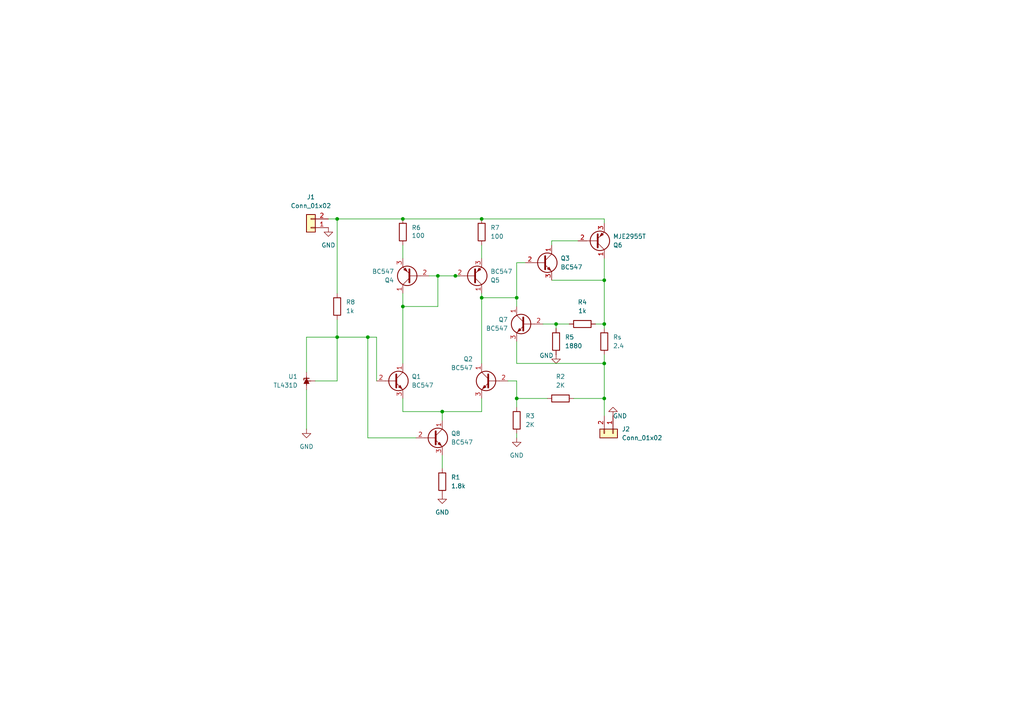
<source format=kicad_sch>
(kicad_sch (version 20250114) (generator "eeschema") (generator_version "9.0")
  (paper "A4")
  (lib_symbols
    (symbol "Connector_Generic:Conn_01x02" (pin_names (offset 1.016) (hide yes))
      (property "Reference" "J" (at 0 2.54 0))
      (property "Value" "Conn_01x02" (at 0 -5.08 0))
      (symbol "Conn_01x02_1_1"
        (rectangle (start -1.27 1.27) (end 1.27 -3.81) (stroke (width 0.254)) (fill (type background)))
        (rectangle (start -1.27 0.127) (end 0 -0.127) (stroke (width 0.1524)))
        (rectangle (start -1.27 -2.413) (end 0 -2.667) (stroke (width 0.1524)))
        (pin passive line (at -5.08 0 0) (length 3.81) (name "Pin_1") (number "1"))
        (pin passive line (at -5.08 -2.54 0) (length 3.81) (name "Pin_2") (number "2"))
      )
    )
    (symbol "Device:R" (pin_numbers (hide yes)) (pin_names (offset 0))
      (property "Reference" "R" (at 2.032 0 90))
      (property "Value" "R" (at 0 0 90))
      (symbol "R_0_1"
        (rectangle (start -1.016 -2.54) (end 1.016 2.54) (stroke (width 0.254)))
      )
      (symbol "R_1_1"
        (pin passive line (at 0 3.81 270) (length 1.27) (name "~") (number "1"))
        (pin passive line (at 0 -3.81 90) (length 1.27) (name "~") (number "2"))
      )
    )
    (symbol "Reference_Voltage:TL431D" (pin_numbers (hide yes)) (pin_names (hide yes))
      (property "Reference" "U" (at 0 -2.54 0))
      (property "Value" "TL431D" (at 0 -4.445 0))
      (symbol "TL431D_0_1"
        (polyline (pts (xy -1.27 0) (xy 0 0) (xy 1.27 0)))
        (polyline (pts (xy -0.762 -0.762) (xy -0.762 0.762) (xy -0.762 0.762) (xy 0.762 0) (xy -0.762 -0.762)) (fill (type outline)))
        (polyline (pts (xy 0.254 -0.762) (xy 0.762 -0.762) (xy 0.762 0.762) (xy 0.762 0.762)) (stroke (width 0.254)))
      )
      (symbol "TL431D_1_1"
        (polyline (pts (xy 0 1.27) (xy 0 0)))
        (pin passive line (at -2.54 0 0) (length 2.54) (name "A") (number "2"))
        (pin passive line (at -2.54 0 0) (length 2.54) (hide yes) (name "A") (number "3"))
        (pin passive line (at -2.54 0 0) (length 2.54) (hide yes) (name "A") (number "6"))
        (pin passive line (at -2.54 0 0) (length 2.54) (hide yes) (name "A") (number "7"))
        (pin passive line (at 0 2.54 270) (length 2.54) (name "REF") (number "8"))
        (pin passive line (at 2.54 0 180) (length 2.54) (name "K") (number "1"))
      )
    )
    (symbol "Transistor_BJT:BC547" (pin_names (offset 0) (hide yes))
      (property "Reference" "Q" (at 5.08 1.905 0))
      (property "Value" "BC547" (at 5.08 0 0))
      (symbol "BC547_0_1"
        (polyline (pts (xy -2.54 0) (xy 0.635 0)))
        (polyline (pts (xy 0.635 1.905) (xy 0.635 -1.905)) (stroke (width 0.508)))
        (circle (center 1.27 0) (radius 2.8194) (stroke (width 0.254)))
      )
      (symbol "BC547_1_1"
        (polyline (pts (xy 0.635 0.635) (xy 2.54 2.54)))
        (polyline (pts (xy 0.635 -0.635) (xy 2.54 -2.54)))
        (polyline (pts (xy 1.27 -1.778) (xy 1.778 -1.27) (xy 2.286 -2.286) (xy 1.27 -1.778)) (fill (type outline)))
        (pin input line (at -5.08 0 0) (length 2.54) (name "B") (number "2"))
        (pin passive line (at 2.54 5.08 270) (length 2.54) (name "C") (number "1"))
        (pin passive line (at 2.54 -5.08 90) (length 2.54) (name "E") (number "3"))
      )
    )
    (symbol "Transistor_BJT:BC557" (pin_names (offset 0) (hide yes))
      (property "Reference" "Q" (at 5.08 1.905 0))
      (property "Value" "BC557" (at 5.08 0 0))
      (symbol "BC557_0_1"
        (polyline (pts (xy -2.54 0) (xy 0.635 0)))
        (polyline (pts (xy 0.635 1.905) (xy 0.635 -1.905)) (stroke (width 0.508)))
        (polyline (pts (xy 0.635 0.635) (xy 2.54 2.54)))
        (polyline (pts (xy 0.635 -0.635) (xy 2.54 -2.54)))
        (circle (center 1.27 0) (radius 2.8194) (stroke (width 0.254)))
        (polyline (pts (xy 2.286 -1.778) (xy 1.778 -2.286) (xy 1.27 -1.27) (xy 2.286 -1.778)) (fill (type outline)))
      )
      (symbol "BC557_1_1"
        (pin input line (at -5.08 0 0) (length 2.54) (name "B") (number "2"))
        (pin passive line (at 2.54 5.08 270) (length 2.54) (name "C") (number "1"))
        (pin passive line (at 2.54 -5.08 90) (length 2.54) (name "E") (number "3"))
      )
    )
    (symbol "power:GND" (power) (pin_numbers (hide yes)) (pin_names (offset 0) (hide yes))
      (property "Value" "GND" (at 0 -3.81 0))
      (symbol "GND_0_1"
        (polyline (pts (xy 0 0) (xy 0 -1.27) (xy 1.27 -1.27) (xy 0 -2.54) (xy -1.27 -1.27) (xy 0 -1.27)))
      )
      (symbol "GND_1_1"
        (pin power_in line (at 0 0 270) (length 0) (name "~") (number "1"))
      )
    )
  )
  (junction (at 175.26 81.28))
  (junction (at 97.79 63.5))
  (junction (at 139.7 86.36))
  (junction (at 106.68 97.79))
  (junction (at 139.7 63.5))
  (junction (at 149.86 115.57))
  (junction (at 127 80.01))
  (junction (at 116.84 63.5))
  (junction (at 149.86 86.36))
  (junction (at 97.79 97.79))
  (junction (at 132.08 80.01))
  (junction (at 175.26 115.57))
  (junction (at 128.27 119.38))
  (junction (at 175.26 93.98))
  (junction (at 175.26 105.41))
  (junction (at 161.29 93.98))
  (junction (at 116.84 88.9))
  (wire (pts (xy 139.7 86.36) (xy 139.7 105.41)))
  (wire (pts (xy 160.02 81.28) (xy 175.26 81.28)))
  (wire (pts (xy 139.7 71.12) (xy 139.7 74.93)))
  (wire (pts (xy 97.79 97.79) (xy 106.68 97.79)))
  (wire (pts (xy 139.7 119.38) (xy 128.27 119.38)))
  (wire (pts (xy 128.27 132.08) (xy 128.27 135.89)))
  (wire (pts (xy 175.26 81.28) (xy 175.26 93.98)))
  (wire (pts (xy 149.86 115.57) (xy 149.86 118.11)))
  (wire (pts (xy 147.32 110.49) (xy 149.86 110.49)))
  (wire (pts (xy 175.26 81.28) (xy 175.26 74.93)))
  (wire (pts (xy 128.27 119.38) (xy 128.27 121.92)))
  (wire (pts (xy 127 80.01) (xy 132.08 80.01)))
  (wire (pts (xy 132.08 80.01) (xy 133.35 80.01)))
  (wire (pts (xy 139.7 119.38) (xy 139.7 115.57)))
  (wire (pts (xy 106.68 97.79) (xy 109.22 97.79)))
  (wire (pts (xy 116.84 115.57) (xy 116.84 119.38)))
  (wire (pts (xy 149.86 86.36) (xy 149.86 88.9)))
  (wire (pts (xy 161.29 93.98) (xy 161.29 95.25)))
  (wire (pts (xy 139.7 63.5) (xy 175.26 63.5)))
  (wire (pts (xy 116.84 119.38) (xy 128.27 119.38)))
  (wire (pts (xy 91.44 110.49) (xy 97.79 110.49)))
  (wire (pts (xy 175.26 64.77) (xy 175.26 63.5)))
  (wire (pts (xy 116.84 88.9) (xy 116.84 105.41)))
  (wire (pts (xy 175.26 93.98) (xy 175.26 95.25)))
  (wire (pts (xy 97.79 63.5) (xy 116.84 63.5)))
  (wire (pts (xy 116.84 85.09) (xy 116.84 88.9)))
  (wire (pts (xy 172.72 93.98) (xy 175.26 93.98)))
  (wire (pts (xy 160.02 69.85) (xy 167.64 69.85)))
  (wire (pts (xy 116.84 71.12) (xy 116.84 74.93)))
  (wire (pts (xy 95.25 63.5) (xy 97.79 63.5)))
  (wire (pts (xy 88.9 97.79) (xy 97.79 97.79)))
  (wire (pts (xy 106.68 127) (xy 106.68 97.79)))
  (wire (pts (xy 161.29 93.98) (xy 165.1 93.98)))
  (wire (pts (xy 149.86 76.2) (xy 152.4 76.2)))
  (wire (pts (xy 149.86 76.2) (xy 149.86 86.36)))
  (wire (pts (xy 97.79 63.5) (xy 97.79 85.09)))
  (wire (pts (xy 139.7 85.09) (xy 139.7 86.36)))
  (wire (pts (xy 116.84 88.9) (xy 127 88.9)))
  (wire (pts (xy 175.26 115.57) (xy 175.26 120.65)))
  (wire (pts (xy 116.84 63.5) (xy 139.7 63.5)))
  (wire (pts (xy 139.7 86.36) (xy 149.86 86.36)))
  (wire (pts (xy 149.86 115.57) (xy 158.75 115.57)))
  (wire (pts (xy 157.48 93.98) (xy 161.29 93.98)))
  (wire (pts (xy 127 88.9) (xy 127 80.01)))
  (wire (pts (xy 149.86 110.49) (xy 149.86 115.57)))
  (wire (pts (xy 109.22 97.79) (xy 109.22 110.49)))
  (wire (pts (xy 97.79 92.71) (xy 97.79 97.79)))
  (wire (pts (xy 88.9 107.95) (xy 88.9 97.79)))
  (wire (pts (xy 120.65 127) (xy 106.68 127)))
  (wire (pts (xy 166.37 115.57) (xy 175.26 115.57)))
  (wire (pts (xy 149.86 99.06) (xy 149.86 105.41)))
  (wire (pts (xy 97.79 97.79) (xy 97.79 110.49)))
  (wire (pts (xy 88.9 124.46) (xy 88.9 113.03)))
  (wire (pts (xy 160.02 71.12) (xy 160.02 69.85)))
  (wire (pts (xy 124.46 80.01) (xy 127 80.01)))
  (wire (pts (xy 175.26 105.41) (xy 175.26 115.57)))
  (wire (pts (xy 149.86 127) (xy 149.86 125.73)))
  (wire (pts (xy 175.26 102.87) (xy 175.26 105.41)))
  (wire (pts (xy 149.86 105.41) (xy 175.26 105.41)))
  (symbol (lib_id "Device:R") (at 168.91 93.98 90) (unit 1)
    (property "Reference" "R4" (at 168.91 87.63 90))
    (property "Value" "1k" (at 168.91 90.17 90))
    (property "Description" "Resistor" (effects (hide yes)))
  )
  (symbol (lib_id "Transistor_BJT:BC557") (at 137.16 80.01 0) (mirror x) (unit 1)
    (property "Reference" "Q5" (at 142.24 81.2801 0) (effects (justify left)))
    (property "Value" "BC547" (at 142.24 78.7401 0) (effects (justify left)))
    (property "Footprint" "Package_TO_SOT_THT:TO-92_Inline" (effects (hide yes)))
    (property "Datasheet" "https://www.onsemi.com/pub/Collateral/BC556BTA-D.pdf" (effects (hide yes)))
    (property "Description" "0.1A Ic, 45V Vce, PNP Small Signal Transistor, TO-92" (effects (hide yes)))
  )
  (symbol (lib_id "Device:R") (at 149.86 121.92 0) (unit 1)
    (property "Reference" "R3" (at 152.4 120.6499 0) (effects (justify left)))
    (property "Value" "2K" (at 152.4 123.1899 0) (effects (justify left)))
    (property "Description" "Resistor" (effects (hide yes)))
  )
  (symbol (lib_id "Transistor_BJT:BC557") (at 172.72 69.85 0) (mirror x) (unit 1)
    (property "Reference" "Q6" (at 177.8 71.1201 0) (effects (justify left)))
    (property "Value" "MJE2955T" (at 177.8 68.5801 0) (effects (justify left)))
    (property "Footprint" "Package_TO_SOT_THT:TO-92_Inline" (effects (hide yes)))
    (property "Datasheet" "https://www.onsemi.com/pub/Collateral/BC556BTA-D.pdf" (effects (hide yes)))
    (property "Description" "0.1A Ic, 45V Vce, PNP Small Signal Transistor, TO-92" (effects (hide yes)))
  )
  (symbol (lib_id "Transistor_BJT:BC547") (at 125.73 127 0) (unit 1)
    (property "Reference" "Q8" (at 130.81 125.7299 0) (effects (justify left)))
    (property "Value" "BC547" (at 130.81 128.2699 0) (effects (justify left)))
    (property "Footprint" "Package_TO_SOT_THT:TO-92_Inline" (effects (hide yes)))
    (property "Datasheet" "https://www.onsemi.com/pub/Collateral/BC550-D.pdf" (effects (hide yes)))
    (property "Description" "0.1A Ic, 45V Vce, Small Signal NPN Transistor, TO-92" (effects (hide yes)))
  )
  (symbol (lib_id "Device:R") (at 175.26 99.06 0) (unit 1)
    (property "Reference" "Rs" (at 177.8 97.7899 0) (effects (justify left)))
    (property "Value" "2.4" (at 177.8 100.3299 0) (effects (justify left)))
    (property "Description" "Resistor" (effects (hide yes)))
  )
  (symbol (lib_id "Transistor_BJT:BC547") (at 142.24 110.49 0) (mirror y) (unit 1)
    (property "Reference" "Q2" (at 137.16 104.1399 0) (effects (justify left)))
    (property "Value" "BC547" (at 137.16 106.6799 0) (effects (justify left)))
    (property "Footprint" "Package_TO_SOT_THT:TO-92_Inline" (effects (hide yes)))
    (property "Datasheet" "https://www.onsemi.com/pub/Collateral/BC550-D.pdf" (effects (hide yes)))
    (property "Description" "0.1A Ic, 45V Vce, Small Signal NPN Transistor, TO-92" (effects (hide yes)))
  )
  (symbol (lib_id "Transistor_BJT:BC557") (at 119.38 80.01 180) (unit 1)
    (property "Reference" "Q4" (at 114.3 81.2801 0) (effects (justify left)))
    (property "Value" "BC547" (at 114.3 78.7401 0) (effects (justify left)))
    (property "Footprint" "Package_TO_SOT_THT:TO-92_Inline" (effects (hide yes)))
    (property "Datasheet" "https://www.onsemi.com/pub/Collateral/BC556BTA-D.pdf" (effects (hide yes)))
    (property "Description" "0.1A Ic, 45V Vce, PNP Small Signal Transistor, TO-92" (effects (hide yes)))
  )
  (symbol (lib_id "Connector_Generic:Conn_01x02") (at 177.8 125.73 270) (unit 1)
    (property "Reference" "J2" (at 180.34 124.4599 90) (effects (justify left)))
    (property "Value" "Conn_01x02" (at 180.34 126.9999 90) (effects (justify left)))
    (property "Description" "Generic connector, single row, 01x02, script generated (kicad-library-utils/schlib/autogen/connector/)" (effects (hide yes)))
  )
  (symbol (lib_id "Device:R") (at 162.56 115.57 90) (unit 1)
    (property "Reference" "R2" (at 162.56 109.22 90))
    (property "Value" "2K" (at 162.56 111.76 90))
    (property "Description" "Resistor" (effects (hide yes)))
  )
  (symbol (lib_id "power:GND") (at 161.29 102.87 0) (unit 1)
    (property "Reference" "#PWR03" (effects (hide yes)))
    (property "Value" "GND" (at 158.496 103.124 0))
    (property "Description" "Power symbol creates a global label with name \"GND\" , ground" (effects (hide yes)))
  )
  (symbol (lib_id "Connector_Generic:Conn_01x02") (at 90.17 66.04 180) (unit 1)
    (property "Reference" "J1" (at 90.17 57.15 0))
    (property "Value" "Conn_01x02" (at 90.17 59.69 0))
    (property "Description" "Generic connector, single row, 01x02, script generated (kicad-library-utils/schlib/autogen/connector/)" (effects (hide yes)))
  )
  (symbol (lib_id "power:GND") (at 177.8 120.65 180) (unit 1)
    (property "Reference" "#PWR04" (effects (hide yes)))
    (property "Value" "GND" (at 179.832 120.65 0))
    (property "Description" "Power symbol creates a global label with name \"GND\" , ground" (effects (hide yes)))
  )
  (symbol (lib_id "power:GND") (at 88.9 124.46 0) (unit 1)
    (property "Reference" "#PWR06" (effects (hide yes)))
    (property "Value" "GND" (at 88.9 129.54 0))
    (property "Description" "Power symbol creates a global label with name \"GND\" , ground" (effects (hide yes)))
  )
  (symbol (lib_id "Transistor_BJT:BC547") (at 157.48 76.2 0) (unit 1)
    (property "Reference" "Q3" (at 162.56 74.9299 0) (effects (justify left)))
    (property "Value" "BC547" (at 162.56 77.4699 0) (effects (justify left)))
    (property "Footprint" "Package_TO_SOT_THT:TO-92_Inline" (effects (hide yes)))
    (property "Datasheet" "https://www.onsemi.com/pub/Collateral/BC550-D.pdf" (effects (hide yes)))
    (property "Description" "0.1A Ic, 45V Vce, Small Signal NPN Transistor, TO-92" (effects (hide yes)))
  )
  (symbol (lib_id "Device:R") (at 161.29 99.06 0) (unit 1)
    (property "Reference" "R5" (at 163.83 97.7899 0) (effects (justify left)))
    (property "Value" "1880" (at 163.83 100.3299 0) (effects (justify left)))
    (property "Description" "Resistor" (effects (hide yes)))
  )
  (symbol (lib_id "Device:R") (at 116.84 67.31 0) (unit 1)
    (property "Reference" "R6" (at 119.38 66.0399 0) (effects (justify left)))
    (property "Value" "100" (at 119.38 68.326 0) (effects (justify left)))
    (property "Description" "Resistor" (effects (hide yes)))
  )
  (symbol (lib_id "Device:R") (at 97.79 88.9 0) (unit 1)
    (property "Reference" "R8" (at 100.33 87.6299 0) (effects (justify left)))
    (property "Value" "1k" (at 100.33 90.1699 0) (effects (justify left)))
    (property "Description" "Resistor" (effects (hide yes)))
  )
  (symbol (lib_id "power:GND") (at 149.86 127 0) (unit 1)
    (property "Reference" "#PWR01" (effects (hide yes)))
    (property "Value" "GND" (at 149.86 132.08 0))
    (property "Description" "Power symbol creates a global label with name \"GND\" , ground" (effects (hide yes)))
  )
  (symbol (lib_id "power:GND") (at 95.25 66.04 0) (unit 1)
    (property "Reference" "#PWR05" (effects (hide yes)))
    (property "Value" "GND" (at 95.25 71.12 0))
    (property "Description" "Power symbol creates a global label with name \"GND\" , ground" (effects (hide yes)))
  )
  (symbol (lib_id "Device:R") (at 128.27 139.7 0) (unit 1)
    (property "Reference" "R1" (at 130.81 138.4299 0) (effects (justify left)))
    (property "Value" "1.8k" (at 130.81 140.9699 0) (effects (justify left)))
    (property "Description" "Resistor" (effects (hide yes)))
  )
  (symbol (lib_id "Transistor_BJT:BC547") (at 152.4 93.98 0) (mirror y) (unit 1)
    (property "Reference" "Q7" (at 147.32 92.7099 0) (effects (justify left)))
    (property "Value" "BC547" (at 147.32 95.2499 0) (effects (justify left)))
    (property "Footprint" "Package_TO_SOT_THT:TO-92_Inline" (effects (hide yes)))
    (property "Datasheet" "https://www.onsemi.com/pub/Collateral/BC550-D.pdf" (effects (hide yes)))
    (property "Description" "0.1A Ic, 45V Vce, Small Signal NPN Transistor, TO-92" (effects (hide yes)))
  )
  (symbol (lib_id "power:GND") (at 128.27 143.51 0) (unit 1)
    (property "Reference" "#PWR02" (effects (hide yes)))
    (property "Value" "GND" (at 128.27 148.59 0))
    (property "Description" "Power symbol creates a global label with name \"GND\" , ground" (effects (hide yes)))
  )
  (symbol (lib_id "Device:R") (at 139.7 67.31 0) (unit 1)
    (property "Reference" "R7" (at 142.24 66.0399 0) (effects (justify left)))
    (property "Value" "100" (at 142.24 68.5799 0) (effects (justify left)))
    (property "Description" "Resistor" (effects (hide yes)))
  )
  (symbol (lib_id "Transistor_BJT:BC547") (at 114.3 110.49 0) (unit 1)
    (property "Reference" "Q1" (at 119.38 109.2199 0) (effects (justify left)))
    (property "Value" "BC547" (at 119.38 111.7599 0) (effects (justify left)))
    (property "Footprint" "Package_TO_SOT_THT:TO-92_Inline" (effects (hide yes)))
    (property "Datasheet" "https://www.onsemi.com/pub/Collateral/BC550-D.pdf" (effects (hide yes)))
    (property "Description" "0.1A Ic, 45V Vce, Small Signal NPN Transistor, TO-92" (effects (hide yes)))
  )
  (symbol (lib_id "Reference_Voltage:TL431D") (at 88.9 110.49 270) (mirror x) (unit 1)
    (property "Reference" "U1" (at 86.36 109.2199 90) (effects (justify right)))
    (property "Value" "TL431D" (at 86.36 111.7599 90) (effects (justify right)))
    (property "Footprint" "Package_SO:SOIC-8_3.9x4.9mm_P1.27mm" (effects (hide yes)))
    (property "Datasheet" "http://www.ti.com/lit/ds/symlink/tl431.pdf" (effects (hide yes)))
    (property "Description" "Shunt Regulator, SO-8" (effects (hide yes)))
  )
)
</source>
